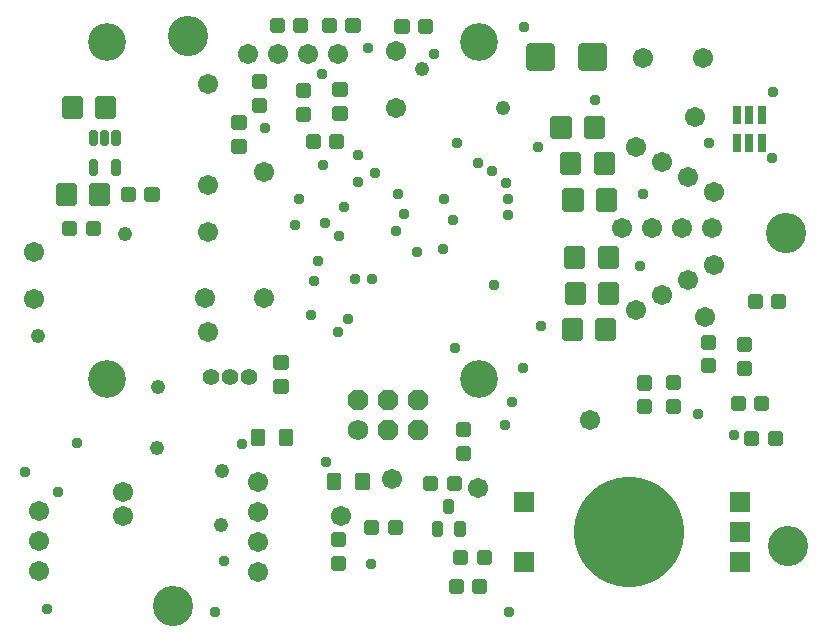
<source format=gbr>
G04 EAGLE Gerber RS-274X export*
G75*
%MOMM*%
%FSLAX34Y34*%
%LPD*%
%INSoldermask Bottom*%
%IPPOS*%
%AMOC8*
5,1,8,0,0,1.08239X$1,22.5*%
G01*
%ADD10C,3.403200*%
%ADD11C,1.711200*%
%ADD12C,0.534309*%
%ADD13C,0.409087*%
%ADD14C,9.347200*%
%ADD15R,1.711200X1.711200*%
%ADD16C,1.727200*%
%ADD17P,1.869504X8X22.500000*%
%ADD18C,0.522925*%
%ADD19C,0.621981*%
%ADD20C,3.203200*%
%ADD21R,0.761200X1.512800*%
%ADD22C,0.746622*%
%ADD23C,0.499716*%
%ADD24C,1.411200*%
%ADD25C,1.703200*%
%ADD26C,1.209600*%
%ADD27C,0.959600*%


D10*
X139700Y25400D03*
X660400Y76200D03*
X658400Y340600D03*
X152400Y508000D03*
D11*
X328200Y446600D03*
X328200Y495400D03*
D12*
X648755Y286545D02*
X656445Y286545D01*
X656445Y278855D01*
X648755Y278855D01*
X648755Y286545D01*
X648755Y283931D02*
X656445Y283931D01*
X636445Y286545D02*
X628755Y286545D01*
X636445Y286545D02*
X636445Y278855D01*
X628755Y278855D01*
X628755Y286545D01*
X628755Y283931D02*
X636445Y283931D01*
X231829Y512997D02*
X224139Y512997D01*
X224139Y520687D01*
X231829Y520687D01*
X231829Y512997D01*
X231829Y518073D02*
X224139Y518073D01*
X244139Y512997D02*
X251829Y512997D01*
X244139Y512997D02*
X244139Y520687D01*
X251829Y520687D01*
X251829Y512997D01*
X251829Y518073D02*
X244139Y518073D01*
X288281Y520611D02*
X295971Y520611D01*
X295971Y512921D01*
X288281Y512921D01*
X288281Y520611D01*
X288281Y517997D02*
X295971Y517997D01*
X275971Y520611D02*
X268281Y520611D01*
X275971Y520611D02*
X275971Y512921D01*
X268281Y512921D01*
X268281Y520611D01*
X268281Y517997D02*
X275971Y517997D01*
X56165Y341195D02*
X48475Y341195D01*
X48475Y348885D01*
X56165Y348885D01*
X56165Y341195D01*
X56165Y346271D02*
X48475Y346271D01*
X68475Y341195D02*
X76165Y341195D01*
X68475Y341195D02*
X68475Y348885D01*
X76165Y348885D01*
X76165Y341195D01*
X76165Y346271D02*
X68475Y346271D01*
X216645Y445075D02*
X216645Y452765D01*
X216645Y445075D02*
X208955Y445075D01*
X208955Y452765D01*
X216645Y452765D01*
X216645Y450151D02*
X208955Y450151D01*
X216645Y465075D02*
X216645Y472765D01*
X216645Y465075D02*
X208955Y465075D01*
X208955Y472765D01*
X216645Y472765D01*
X216645Y470151D02*
X208955Y470151D01*
X349775Y519345D02*
X357465Y519345D01*
X357465Y511655D01*
X349775Y511655D01*
X349775Y519345D01*
X349775Y516731D02*
X357465Y516731D01*
X337465Y519345D02*
X329775Y519345D01*
X337465Y519345D02*
X337465Y511655D01*
X329775Y511655D01*
X329775Y519345D01*
X329775Y516731D02*
X337465Y516731D01*
X262165Y414895D02*
X254475Y414895D01*
X254475Y422585D01*
X262165Y422585D01*
X262165Y414895D01*
X262165Y419971D02*
X254475Y419971D01*
X274475Y414895D02*
X282165Y414895D01*
X274475Y414895D02*
X274475Y422585D01*
X282165Y422585D01*
X282165Y414895D01*
X282165Y419971D02*
X274475Y419971D01*
D13*
X303551Y135931D02*
X303551Y125989D01*
X295609Y125989D01*
X295609Y135931D01*
X303551Y135931D01*
X303551Y129875D02*
X295609Y129875D01*
X295609Y133761D02*
X303551Y133761D01*
X279551Y135931D02*
X279551Y125989D01*
X271609Y125989D01*
X271609Y135931D01*
X279551Y135931D01*
X279551Y129875D02*
X271609Y129875D01*
X271609Y133761D02*
X279551Y133761D01*
X207249Y163049D02*
X207249Y172991D01*
X215191Y172991D01*
X215191Y163049D01*
X207249Y163049D01*
X207249Y166935D02*
X215191Y166935D01*
X215191Y170821D02*
X207249Y170821D01*
X231249Y172991D02*
X231249Y163049D01*
X231249Y172991D02*
X239191Y172991D01*
X239191Y163049D01*
X231249Y163049D01*
X231249Y166935D02*
X239191Y166935D01*
X239191Y170821D02*
X231249Y170821D01*
D14*
X526020Y87380D03*
D15*
X437120Y61980D03*
X437120Y112780D03*
X620000Y61980D03*
X620000Y87380D03*
X620000Y112780D03*
D16*
X296360Y174380D03*
D17*
X321760Y174380D03*
X347160Y174380D03*
X296360Y199780D03*
X321760Y199780D03*
X347160Y199780D03*
D11*
X537400Y488700D03*
X588200Y488700D03*
X97700Y101340D03*
X97700Y121340D03*
X212060Y130460D03*
X212060Y105060D03*
X212060Y79660D03*
X212060Y54260D03*
D18*
X498392Y392489D02*
X511196Y392489D01*
X498392Y392489D02*
X498392Y407323D01*
X511196Y407323D01*
X511196Y392489D01*
X511196Y397457D02*
X498392Y397457D01*
X498392Y402425D02*
X511196Y402425D01*
X482756Y392489D02*
X469952Y392489D01*
X469952Y407323D01*
X482756Y407323D01*
X482756Y392489D01*
X482756Y397457D02*
X469952Y397457D01*
X469952Y402425D02*
X482756Y402425D01*
D12*
X627285Y230005D02*
X627285Y222315D01*
X619595Y222315D01*
X619595Y230005D01*
X627285Y230005D01*
X627285Y227391D02*
X619595Y227391D01*
X627285Y242315D02*
X627285Y250005D01*
X627285Y242315D02*
X619595Y242315D01*
X619595Y250005D01*
X627285Y250005D01*
X627285Y247391D02*
X619595Y247391D01*
X566985Y197965D02*
X566985Y190275D01*
X559295Y190275D01*
X559295Y197965D01*
X566985Y197965D01*
X566985Y195351D02*
X559295Y195351D01*
X566985Y210275D02*
X566985Y217965D01*
X566985Y210275D02*
X559295Y210275D01*
X559295Y217965D01*
X566985Y217965D01*
X566985Y215351D02*
X559295Y215351D01*
X614395Y193015D02*
X622085Y193015D01*
X614395Y193015D02*
X614395Y200705D01*
X622085Y200705D01*
X622085Y193015D01*
X622085Y198091D02*
X614395Y198091D01*
X634395Y193015D02*
X642085Y193015D01*
X634395Y193015D02*
X634395Y200705D01*
X642085Y200705D01*
X642085Y193015D01*
X642085Y198091D02*
X634395Y198091D01*
X633565Y162795D02*
X625875Y162795D01*
X625875Y170485D01*
X633565Y170485D01*
X633565Y162795D01*
X633565Y167871D02*
X625875Y167871D01*
X645875Y162795D02*
X653565Y162795D01*
X645875Y162795D02*
X645875Y170485D01*
X653565Y170485D01*
X653565Y162795D01*
X653565Y167871D02*
X645875Y167871D01*
X361885Y124835D02*
X354195Y124835D01*
X354195Y132525D01*
X361885Y132525D01*
X361885Y124835D01*
X361885Y129911D02*
X354195Y129911D01*
X374195Y124835D02*
X381885Y124835D01*
X374195Y124835D02*
X374195Y132525D01*
X381885Y132525D01*
X381885Y124835D01*
X381885Y129911D02*
X374195Y129911D01*
X379501Y62505D02*
X387191Y62505D01*
X379501Y62505D02*
X379501Y70195D01*
X387191Y70195D01*
X387191Y62505D01*
X387191Y67581D02*
X379501Y67581D01*
X399501Y62505D02*
X407191Y62505D01*
X399501Y62505D02*
X399501Y70195D01*
X407191Y70195D01*
X407191Y62505D01*
X407191Y67581D02*
X399501Y67581D01*
X383405Y38061D02*
X375715Y38061D01*
X375715Y45751D01*
X383405Y45751D01*
X383405Y38061D01*
X383405Y43137D02*
X375715Y43137D01*
X395715Y38061D02*
X403405Y38061D01*
X395715Y38061D02*
X395715Y45751D01*
X403405Y45751D01*
X403405Y38061D01*
X403405Y43137D02*
X395715Y43137D01*
D18*
X501694Y312677D02*
X514498Y312677D01*
X501694Y312677D02*
X501694Y327511D01*
X514498Y327511D01*
X514498Y312677D01*
X514498Y317645D02*
X501694Y317645D01*
X501694Y322613D02*
X514498Y322613D01*
X486058Y312677D02*
X473254Y312677D01*
X473254Y327511D01*
X486058Y327511D01*
X486058Y312677D01*
X486058Y317645D02*
X473254Y317645D01*
X473254Y322613D02*
X486058Y322613D01*
D12*
X389725Y158125D02*
X389725Y150435D01*
X382035Y150435D01*
X382035Y158125D01*
X389725Y158125D01*
X389725Y155511D02*
X382035Y155511D01*
X389725Y170435D02*
X389725Y178125D01*
X389725Y170435D02*
X382035Y170435D01*
X382035Y178125D01*
X389725Y178125D01*
X389725Y175511D02*
X382035Y175511D01*
X275895Y85065D02*
X275895Y77375D01*
X275895Y85065D02*
X283585Y85065D01*
X283585Y77375D01*
X275895Y77375D01*
X275895Y82451D02*
X283585Y82451D01*
X275895Y65065D02*
X275895Y57375D01*
X275895Y65065D02*
X283585Y65065D01*
X283585Y57375D01*
X275895Y57375D01*
X275895Y62451D02*
X283585Y62451D01*
X323915Y95665D02*
X331605Y95665D01*
X331605Y87975D01*
X323915Y87975D01*
X323915Y95665D01*
X323915Y93051D02*
X331605Y93051D01*
X311605Y95665D02*
X303915Y95665D01*
X311605Y95665D02*
X311605Y87975D01*
X303915Y87975D01*
X303915Y95665D01*
X303915Y93051D02*
X311605Y93051D01*
X246435Y457615D02*
X246435Y465305D01*
X254125Y465305D01*
X254125Y457615D01*
X246435Y457615D01*
X246435Y462691D02*
X254125Y462691D01*
X246435Y445305D02*
X246435Y437615D01*
X246435Y445305D02*
X254125Y445305D01*
X254125Y437615D01*
X246435Y437615D01*
X246435Y442691D02*
X254125Y442691D01*
X277238Y458621D02*
X277238Y466311D01*
X284928Y466311D01*
X284928Y458621D01*
X277238Y458621D01*
X277238Y463697D02*
X284928Y463697D01*
X277238Y446311D02*
X277238Y438621D01*
X277238Y446311D02*
X284928Y446311D01*
X284928Y438621D01*
X277238Y438621D01*
X277238Y443697D02*
X284928Y443697D01*
D18*
X499662Y251661D02*
X512466Y251661D01*
X499662Y251661D02*
X499662Y266495D01*
X512466Y266495D01*
X512466Y251661D01*
X512466Y256629D02*
X499662Y256629D01*
X499662Y261597D02*
X512466Y261597D01*
X484026Y251661D02*
X471222Y251661D01*
X471222Y266495D01*
X484026Y266495D01*
X484026Y251661D01*
X484026Y256629D02*
X471222Y256629D01*
X471222Y261597D02*
X484026Y261597D01*
X490264Y422743D02*
X503068Y422743D01*
X490264Y422743D02*
X490264Y437577D01*
X503068Y437577D01*
X503068Y422743D01*
X503068Y427711D02*
X490264Y427711D01*
X490264Y432679D02*
X503068Y432679D01*
X474628Y422743D02*
X461824Y422743D01*
X461824Y437577D01*
X474628Y437577D01*
X474628Y422743D01*
X474628Y427711D02*
X461824Y427711D01*
X461824Y432679D02*
X474628Y432679D01*
X500424Y361219D02*
X513228Y361219D01*
X500424Y361219D02*
X500424Y376053D01*
X513228Y376053D01*
X513228Y361219D01*
X513228Y366187D02*
X500424Y366187D01*
X500424Y371155D02*
X513228Y371155D01*
X484788Y361219D02*
X471984Y361219D01*
X471984Y376053D01*
X484788Y376053D01*
X484788Y361219D01*
X484788Y366187D02*
X471984Y366187D01*
X471984Y371155D02*
X484788Y371155D01*
X502202Y282423D02*
X515006Y282423D01*
X502202Y282423D02*
X502202Y297257D01*
X515006Y297257D01*
X515006Y282423D01*
X515006Y287391D02*
X502202Y287391D01*
X502202Y292359D02*
X515006Y292359D01*
X486566Y282423D02*
X473762Y282423D01*
X473762Y297257D01*
X486566Y297257D01*
X486566Y282423D01*
X486566Y287391D02*
X473762Y287391D01*
X473762Y292359D02*
X486566Y292359D01*
D11*
X324770Y132292D03*
X26140Y54920D03*
X26140Y80320D03*
X26140Y105720D03*
D19*
X380174Y94176D02*
X380174Y87064D01*
X380174Y94176D02*
X383986Y94176D01*
X383986Y87064D01*
X380174Y87064D01*
X380174Y92973D02*
X383986Y92973D01*
X361174Y94176D02*
X361174Y87064D01*
X361174Y94176D02*
X364986Y94176D01*
X364986Y87064D01*
X361174Y87064D01*
X361174Y92973D02*
X364986Y92973D01*
X374486Y106264D02*
X374486Y113376D01*
X374486Y106264D02*
X370674Y106264D01*
X370674Y113376D01*
X374486Y113376D01*
X374486Y112173D02*
X370674Y112173D01*
D11*
X203400Y492500D03*
X228800Y492500D03*
X254200Y492500D03*
X279600Y492500D03*
D20*
X84000Y502600D03*
X84000Y217600D03*
X399000Y502600D03*
X399000Y217600D03*
D11*
X397760Y124820D03*
X597996Y314050D03*
X575999Y301350D03*
X554001Y288650D03*
X532004Y275950D03*
X596100Y345000D03*
X570700Y345000D03*
X545300Y345000D03*
X519900Y345000D03*
X597996Y375950D03*
X575999Y388650D03*
X554001Y401350D03*
X532004Y414050D03*
X281560Y101420D03*
D21*
X617228Y440784D03*
X627728Y440784D03*
X638228Y440784D03*
X638228Y416908D03*
X627728Y416908D03*
X617228Y416908D03*
D22*
X458783Y482467D02*
X442017Y482467D01*
X442017Y498333D01*
X458783Y498333D01*
X458783Y482467D01*
X458783Y489560D02*
X442017Y489560D01*
X442017Y496653D02*
X458783Y496653D01*
X485817Y482467D02*
X502583Y482467D01*
X485817Y482467D02*
X485817Y498333D01*
X502583Y498333D01*
X502583Y482467D01*
X502583Y489560D02*
X485817Y489560D01*
X485817Y496653D02*
X502583Y496653D01*
D11*
X21700Y284820D03*
X21700Y324820D03*
X169700Y256820D03*
X169700Y341820D03*
X169700Y381820D03*
X169700Y466820D03*
X217020Y285800D03*
X167020Y285800D03*
D12*
X535155Y217765D02*
X535155Y210075D01*
X535155Y217765D02*
X542845Y217765D01*
X542845Y210075D01*
X535155Y210075D01*
X535155Y215151D02*
X542845Y215151D01*
X535155Y197765D02*
X535155Y190075D01*
X535155Y197765D02*
X542845Y197765D01*
X542845Y190075D01*
X535155Y190075D01*
X535155Y195151D02*
X542845Y195151D01*
X597265Y224675D02*
X597265Y232365D01*
X597265Y224675D02*
X589575Y224675D01*
X589575Y232365D01*
X597265Y232365D01*
X597265Y229751D02*
X589575Y229751D01*
X597265Y244675D02*
X597265Y252365D01*
X597265Y244675D02*
X589575Y244675D01*
X589575Y252365D01*
X597265Y252365D01*
X597265Y249751D02*
X589575Y249751D01*
D23*
X70972Y416772D02*
X70972Y425908D01*
X73908Y425908D01*
X73908Y416772D01*
X70972Y416772D01*
X70972Y421519D02*
X73908Y421519D01*
X80472Y425908D02*
X80472Y416772D01*
X80472Y425908D02*
X83408Y425908D01*
X83408Y416772D01*
X80472Y416772D01*
X80472Y421519D02*
X83408Y421519D01*
X89972Y425908D02*
X89972Y416772D01*
X89972Y425908D02*
X92908Y425908D01*
X92908Y416772D01*
X89972Y416772D01*
X89972Y421519D02*
X92908Y421519D01*
X89972Y400808D02*
X89972Y391672D01*
X89972Y400808D02*
X92908Y400808D01*
X92908Y391672D01*
X89972Y391672D01*
X89972Y396419D02*
X92908Y396419D01*
X70972Y400808D02*
X70972Y391672D01*
X70972Y400808D02*
X73908Y400808D01*
X73908Y391672D01*
X70972Y391672D01*
X70972Y396419D02*
X73908Y396419D01*
D18*
X60762Y454457D02*
X47958Y454457D01*
X60762Y454457D02*
X60762Y439623D01*
X47958Y439623D01*
X47958Y454457D01*
X47958Y444591D02*
X60762Y444591D01*
X60762Y449559D02*
X47958Y449559D01*
X76398Y454457D02*
X89202Y454457D01*
X89202Y439623D01*
X76398Y439623D01*
X76398Y454457D01*
X76398Y444591D02*
X89202Y444591D01*
X89202Y449559D02*
X76398Y449559D01*
X55682Y380797D02*
X42878Y380797D01*
X55682Y380797D02*
X55682Y365963D01*
X42878Y365963D01*
X42878Y380797D01*
X42878Y370931D02*
X55682Y370931D01*
X55682Y375899D02*
X42878Y375899D01*
X71318Y380797D02*
X84122Y380797D01*
X84122Y365963D01*
X71318Y365963D01*
X71318Y380797D01*
X71318Y370931D02*
X84122Y370931D01*
X84122Y375899D02*
X71318Y375899D01*
D12*
X118075Y377225D02*
X125765Y377225D01*
X125765Y369535D01*
X118075Y369535D01*
X118075Y377225D01*
X118075Y374611D02*
X125765Y374611D01*
X105765Y377225D02*
X98075Y377225D01*
X105765Y377225D02*
X105765Y369535D01*
X98075Y369535D01*
X98075Y377225D01*
X98075Y374611D02*
X105765Y374611D01*
D24*
X171960Y218570D03*
X187960Y218570D03*
X203960Y218570D03*
D12*
X234985Y214825D02*
X234985Y207135D01*
X227295Y207135D01*
X227295Y214825D01*
X234985Y214825D01*
X234985Y212211D02*
X227295Y212211D01*
X234985Y227135D02*
X234985Y234825D01*
X234985Y227135D02*
X227295Y227135D01*
X227295Y234825D01*
X234985Y234825D01*
X234985Y232211D02*
X227295Y232211D01*
D11*
X581660Y439420D03*
D12*
X191735Y438025D02*
X191735Y430335D01*
X191735Y438025D02*
X199425Y438025D01*
X199425Y430335D01*
X191735Y430335D01*
X191735Y435411D02*
X199425Y435411D01*
X191735Y418025D02*
X191735Y410335D01*
X191735Y418025D02*
X199425Y418025D01*
X199425Y410335D01*
X191735Y410335D01*
X191735Y415411D02*
X199425Y415411D01*
D25*
X216660Y392380D03*
X590000Y270000D03*
X492700Y182220D03*
D26*
X99060Y340360D03*
X125984Y158496D03*
X127000Y210820D03*
X419100Y447040D03*
D27*
X360680Y492760D03*
X304800Y497840D03*
X175260Y20320D03*
X33020Y22860D03*
X182880Y63500D03*
X296164Y406654D03*
X217424Y429514D03*
X537464Y373634D03*
X534924Y312674D03*
X593344Y416814D03*
X436880Y515620D03*
X266954Y398780D03*
X380492Y417322D03*
X259334Y300228D03*
X265684Y475234D03*
X411734Y297180D03*
X376936Y351536D03*
X58674Y163068D03*
X424180Y20320D03*
X420624Y178054D03*
X368808Y370078D03*
X288036Y268478D03*
X435864Y226314D03*
X296202Y384462D03*
X448996Y413982D03*
X398092Y399794D03*
X409856Y393636D03*
X421756Y383038D03*
X423366Y369462D03*
X423158Y356252D03*
X451104Y262382D03*
X426720Y198120D03*
X268224Y349504D03*
X308550Y301812D03*
X368208Y327222D03*
X246432Y369306D03*
X648000Y460000D03*
X647000Y404000D03*
X497300Y453380D03*
D26*
X350520Y480060D03*
D27*
X311000Y392000D03*
X330300Y373540D03*
X334936Y357286D03*
X614680Y170180D03*
X584200Y187960D03*
X280162Y338582D03*
X293624Y302260D03*
X279146Y257048D03*
X256540Y271780D03*
X269240Y147320D03*
X378442Y243316D03*
X328426Y342458D03*
X307340Y60960D03*
X14732Y138176D03*
X42418Y121412D03*
X198120Y162560D03*
D26*
X25400Y254000D03*
X180086Y93472D03*
X181610Y139700D03*
D27*
X346170Y324962D03*
X262636Y317246D03*
X284480Y363220D03*
X242824Y347472D03*
M02*

</source>
